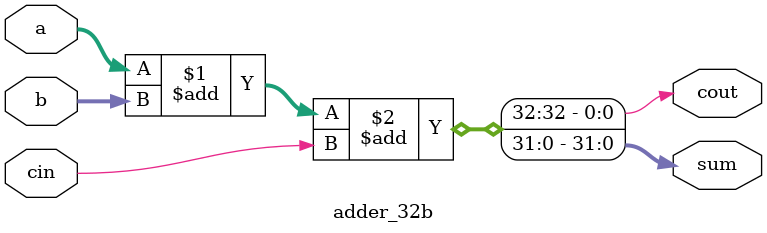
<source format=v>
module adder_32b (a , b, cin, cout, sum);
  input [31:0] a, b;
  input cin;
  output cout;
  output [31:0] sum;
  
  assign {cout, sum} = a + b + cin;
  
endmodule

</source>
